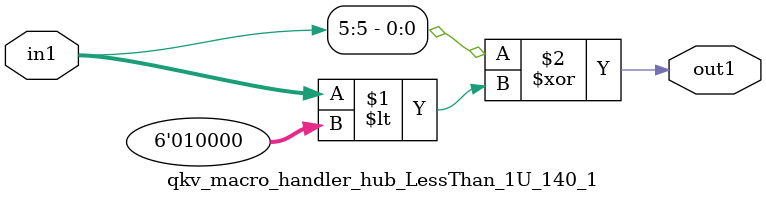
<source format=v>

`timescale 1ps / 1ps


module qkv_macro_handler_hub_LessThan_1U_140_1( in1, out1 );

    input [5:0] in1;
    output out1;

    
    // rtl_process:qkv_macro_handler_hub_LessThan_1U_140_1/qkv_macro_handler_hub_LessThan_1U_140_1_thread_1
    assign out1 = (in1[5] ^ in1 < 6'd16);

endmodule



</source>
